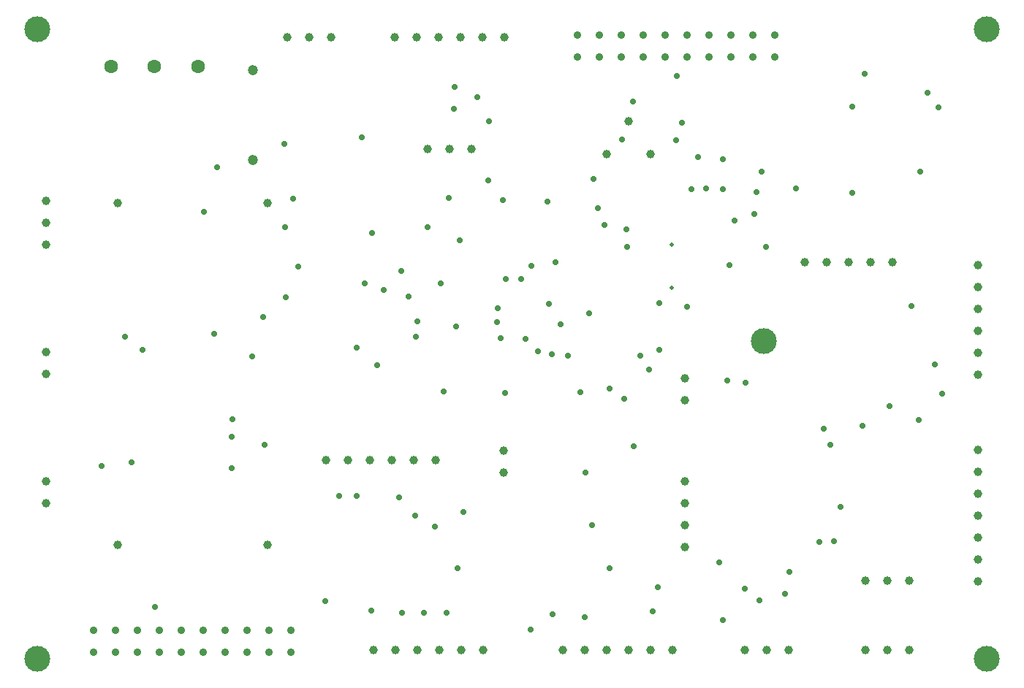
<source format=gbr>
G04 Layer_Color=0*
%FSLAX23Y23*%
%MOIN*%
%TF.FileFunction,PTH,Drill*%
%TF.Part,Single*%
G01*
G75*
%TA.AperFunction,ComponentDrill*%
%ADD84C,0.039*%
%TA.AperFunction,ComponentDrill*%
%ADD85C,0.039*%
%TA.AperFunction,ComponentDrill*%
%ADD86C,0.035*%
%TA.AperFunction,ComponentDrill*%
%ADD87C,0.035*%
%TA.AperFunction,OtherDrill*%
%ADD88C,0.118*%
%TA.AperFunction,ComponentDrill*%
%ADD89C,0.047*%
%TA.AperFunction,ComponentDrill*%
%ADD90C,0.063*%
%TA.AperFunction,ComponentDrill*%
%ADD91C,0.020*%
%TA.AperFunction,ViaDrill*%
%ADD92C,0.028*%
D84*
X4567Y1575D02*
D03*
X4467D02*
D03*
X1181Y2346D02*
D03*
Y2936D02*
D03*
X1181Y3625D02*
D03*
X2191Y3615D02*
D03*
X1510D02*
D03*
X2191Y2054D02*
D03*
X1510D02*
D03*
X2921Y3860D02*
D03*
X3021D02*
D03*
X3640Y1575D02*
D03*
X3740D02*
D03*
X3840D02*
D03*
X3940D02*
D03*
X4040D02*
D03*
X2774D02*
D03*
X2874D02*
D03*
X2974D02*
D03*
X3074D02*
D03*
X3174D02*
D03*
X4743Y3346D02*
D03*
X4843D02*
D03*
X4943D02*
D03*
X5043D02*
D03*
X5433Y2831D02*
D03*
Y1887D02*
D03*
X3837Y3987D02*
D03*
X3937Y3837D02*
D03*
X3171Y4370D02*
D03*
X3071D02*
D03*
X2971D02*
D03*
X2871D02*
D03*
X2771D02*
D03*
X2283D02*
D03*
X2383D02*
D03*
X3268Y2483D02*
D03*
X2557Y2441D02*
D03*
X2657D02*
D03*
X2757D02*
D03*
X2857D02*
D03*
X2957D02*
D03*
X4094Y2713D02*
D03*
Y2044D02*
D03*
X5118Y1575D02*
D03*
X5018D02*
D03*
X5118Y1890D02*
D03*
X5018D02*
D03*
D85*
X4367Y1575D02*
D03*
X1181Y2246D02*
D03*
Y2836D02*
D03*
X1181Y3425D02*
D03*
Y3525D02*
D03*
X3121Y3860D02*
D03*
X3540Y1575D02*
D03*
X2674D02*
D03*
X4643Y3346D02*
D03*
X5433Y2931D02*
D03*
Y3031D02*
D03*
Y3131D02*
D03*
Y3231D02*
D03*
Y3331D02*
D03*
Y2387D02*
D03*
Y2287D02*
D03*
Y2187D02*
D03*
Y2087D02*
D03*
Y1987D02*
D03*
Y2487D02*
D03*
X3737Y3837D02*
D03*
X3271Y4370D02*
D03*
X2483D02*
D03*
X3268Y2383D02*
D03*
X2457Y2441D02*
D03*
X4094Y2813D02*
D03*
Y2144D02*
D03*
Y2244D02*
D03*
Y2344D02*
D03*
X4918Y1575D02*
D03*
X4918Y1890D02*
D03*
D86*
X1700Y1664D02*
D03*
Y1564D02*
D03*
X1800Y1664D02*
D03*
Y1564D02*
D03*
X2300D02*
D03*
X2200Y1664D02*
D03*
Y1564D02*
D03*
X2100Y1664D02*
D03*
Y1564D02*
D03*
X2000Y1664D02*
D03*
Y1564D02*
D03*
X1900Y1664D02*
D03*
Y1564D02*
D03*
X1600D02*
D03*
Y1664D02*
D03*
X1500Y1564D02*
D03*
Y1664D02*
D03*
X1400Y1564D02*
D03*
Y1664D02*
D03*
X4205Y4281D02*
D03*
Y4381D02*
D03*
X4105Y4281D02*
D03*
Y4381D02*
D03*
X3605D02*
D03*
X3705Y4281D02*
D03*
Y4381D02*
D03*
X3805Y4281D02*
D03*
Y4381D02*
D03*
X3905Y4281D02*
D03*
Y4381D02*
D03*
X4005Y4281D02*
D03*
Y4381D02*
D03*
X4305D02*
D03*
Y4281D02*
D03*
X4405Y4381D02*
D03*
Y4281D02*
D03*
X4505Y4381D02*
D03*
Y4281D02*
D03*
D87*
X2300Y1664D02*
D03*
X3605Y4281D02*
D03*
D88*
X4454Y2985D02*
D03*
X5472Y4409D02*
D03*
Y1535D02*
D03*
X1142D02*
D03*
Y4409D02*
D03*
D89*
X2126Y3810D02*
D03*
Y4222D02*
D03*
D90*
X1675Y4238D02*
D03*
X1875D02*
D03*
X1478D02*
D03*
D91*
X4035Y3228D02*
D03*
Y3425D02*
D03*
D92*
X3276Y2747D02*
D03*
X4298Y3330D02*
D03*
X3862Y2506D02*
D03*
X3010Y1746D02*
D03*
X3243Y3134D02*
D03*
X4445Y3759D02*
D03*
X2600Y2956D02*
D03*
X1542Y3004D02*
D03*
X5028Y2687D02*
D03*
X5161Y2624D02*
D03*
X5269Y2746D02*
D03*
X5235Y2878D02*
D03*
X3979Y2944D02*
D03*
X5127Y3144D02*
D03*
X4372Y2796D02*
D03*
X4289Y2806D02*
D03*
X3084Y2204D02*
D03*
X2455Y1798D02*
D03*
X3563Y2919D02*
D03*
X3948Y1751D02*
D03*
X3972Y1861D02*
D03*
X3052Y3051D02*
D03*
X2867Y3003D02*
D03*
X2122Y2914D02*
D03*
X3672Y2143D02*
D03*
X3639Y1726D02*
D03*
X3493Y1738D02*
D03*
X3393Y1669D02*
D03*
X1903Y3573D02*
D03*
X1435Y2416D02*
D03*
X4553Y1830D02*
D03*
X4267Y1710D02*
D03*
X3044Y4143D02*
D03*
X3042Y4043D02*
D03*
X3149Y4097D02*
D03*
X2981Y3249D02*
D03*
X3931Y2855D02*
D03*
X3893Y2919D02*
D03*
X3470Y3622D02*
D03*
X2723Y3217D02*
D03*
X2835Y3188D02*
D03*
X4252Y1973D02*
D03*
X4572Y1932D02*
D03*
X4906Y2598D02*
D03*
X4370Y1854D02*
D03*
X4434Y1800D02*
D03*
X4804Y2229D02*
D03*
X4757Y2511D02*
D03*
X4728Y2585D02*
D03*
X2598Y2277D02*
D03*
X2517D02*
D03*
X1962Y3777D02*
D03*
X1622Y2944D02*
D03*
X3068Y3443D02*
D03*
X3753Y2768D02*
D03*
X3819Y2722D02*
D03*
X2954Y2137D02*
D03*
X2666Y1756D02*
D03*
X2804Y1746D02*
D03*
X3490Y2924D02*
D03*
X2904Y1745D02*
D03*
X2621Y3916D02*
D03*
X3752Y1947D02*
D03*
X3058D02*
D03*
X2634Y3248D02*
D03*
X2693Y2874D02*
D03*
X3643Y2386D02*
D03*
X3425Y2938D02*
D03*
X3658Y3110D02*
D03*
X3237Y3071D02*
D03*
X4775Y2070D02*
D03*
X4709Y2067D02*
D03*
X4860Y3661D02*
D03*
X4858Y4055D02*
D03*
X1573Y2431D02*
D03*
X2875Y3075D02*
D03*
X3810Y3906D02*
D03*
X4054Y3902D02*
D03*
X4081Y3980D02*
D03*
X4126Y3678D02*
D03*
X4057Y4193D02*
D03*
X3264Y3628D02*
D03*
X3020Y3638D02*
D03*
X3197Y3717D02*
D03*
X2309Y3636D02*
D03*
X2267Y3884D02*
D03*
X3201Y3988D02*
D03*
X3858Y4077D02*
D03*
X4154Y3826D02*
D03*
X4192Y3681D02*
D03*
X4270Y3814D02*
D03*
X4267Y3678D02*
D03*
X3505Y3346D02*
D03*
X3978Y3157D02*
D03*
X4105Y3141D02*
D03*
X3474Y3156D02*
D03*
X3528Y3060D02*
D03*
X3618Y2751D02*
D03*
X3680Y3724D02*
D03*
X3832Y3415D02*
D03*
X3830Y3493D02*
D03*
X5251Y4050D02*
D03*
X5201Y4117D02*
D03*
X5169Y3758D02*
D03*
X4916Y4204D02*
D03*
X4465Y3415D02*
D03*
X4323Y3536D02*
D03*
X3727Y3516D02*
D03*
X4423Y3665D02*
D03*
X3700Y3590D02*
D03*
X4411Y3563D02*
D03*
X4601Y3681D02*
D03*
X1677Y1771D02*
D03*
X3396Y3328D02*
D03*
X3347Y3268D02*
D03*
X3280Y3269D02*
D03*
X2803Y3305D02*
D03*
X2030Y2406D02*
D03*
X1948Y3017D02*
D03*
X2028Y2549D02*
D03*
X2033Y2628D02*
D03*
X2864Y2189D02*
D03*
X3370Y2993D02*
D03*
X3254Y2997D02*
D03*
X2995Y2753D02*
D03*
X2667Y3478D02*
D03*
X2177Y2510D02*
D03*
X2922Y3505D02*
D03*
X2272Y3504D02*
D03*
X2331Y3326D02*
D03*
X2274Y3183D02*
D03*
X2171Y3096D02*
D03*
X2793Y2272D02*
D03*
%TF.MD5,C23CDBC3CAA31C099FA6A3919C8B5032*%
M02*

</source>
